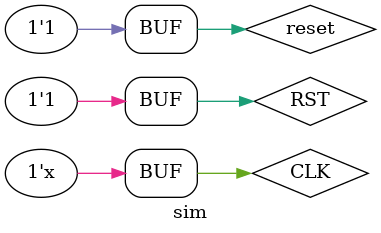
<source format=v>
`timescale 1ns / 1ps

module sim(
    );
    reg RST;
    reg CLK;
    reg reset;
    initial begin
        reset = 0;
        CLK = 0;
        RST = 0;
        #10 RST = 1;
        #10 reset = 1;
    end
    single_cycle_CPU singlecyclecpu(
        .CLK(CLK),
        .PCreset(reset),
        .RST(RST)
    );
    always #5 CLK = ~CLK;
endmodule

</source>
